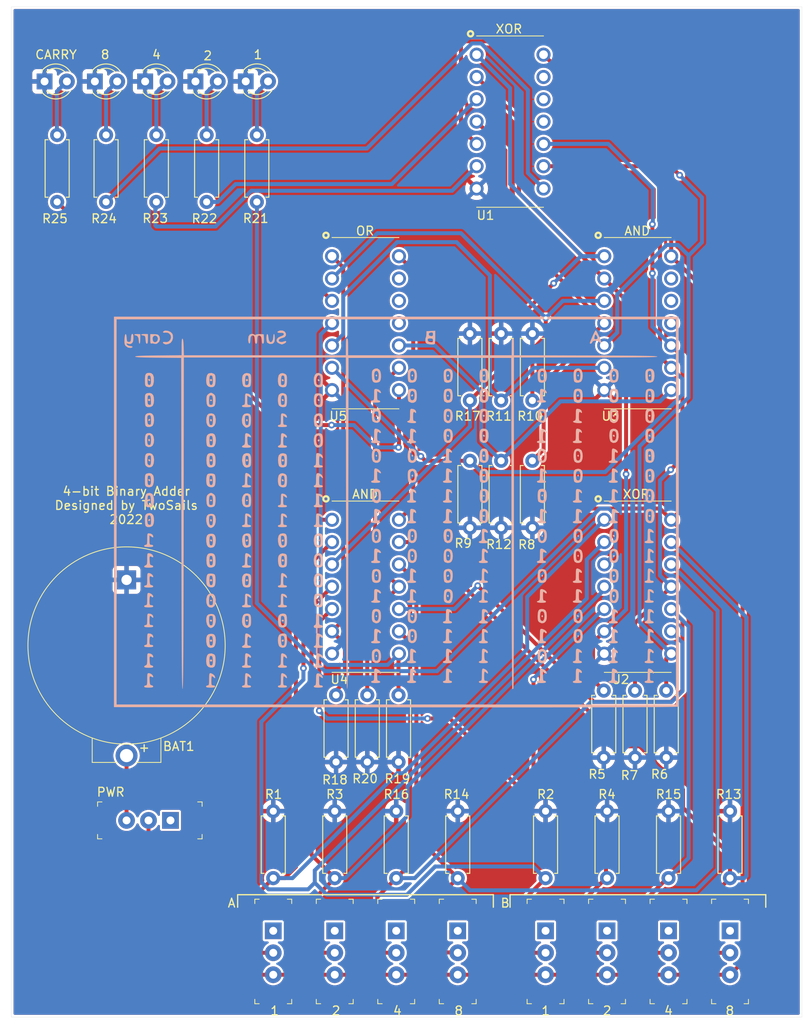
<source format=kicad_pcb>
(kicad_pcb (version 20211014) (generator pcbnew)
  (title_block (title "4-bit Binary Adder") (date "2022-06-01") (rev "v1.0") (comment 1 "https://creativecommons.org/licenses/by-sa/4.0") (comment 2 "License: CC BY-SA 4.0") (comment 3 "Author: TwoSails"))
  (layers (0 "F.Cu" signal) (31 "B.Cu" signal) (34 "B.Paste" user) (35 "F.Paste" user) (36 "B.SilkS" user "B.Silkscreen") (37 "F.SilkS" user "F.Silkscreen") (38 "B.Mask" user) (39 "F.Mask" user) (44 "Edge.Cuts" user))
  (net 0 "")
  (net 2 "VCC")
  (net 3 "Net-(BAT1-PadPos)")
  (net 5 "Net-(R13-Pad1)")
  (net 7 "Net-(R14-Pad1)")
  (net 9 "Net-(R15-Pad1)")
  (net 11 "Net-(R16-Pad1)")
  (net 13 "Net-(R4-Pad1)")
  (net 15 "Net-(R3-Pad1)")
  (net 17 "Net-(R2-Pad1)")
  (net 19 "Net-(R1-Pad1)")
  (net 20 "GND")
  (net 21 "Net-(R5-Pad1)")
  (net 22 "Net-(R6-Pad1)")
  (net 23 "Net-(R7-Pad1)")
  (net 24 "Net-(R8-Pad1)")
  (net 25 "Net-(R9-Pad1)")
  (net 26 "Net-(R10-Pad1)")
  (net 27 "Net-(R11-Pad1)")
  (net 28 "Net-(R12-Pad1)")
  (net 29 "Net-(R17-Pad1)")
  (net 30 "Net-(R18-Pad1)")
  (net 31 "Net-(R19-Pad1)")
  (net 32 "Net-(R20-Pad1)")
  (net 33 "/LED0")
  (net 34 "Net-(D1-Pad2)")
  (net 35 "/LED1")
  (net 36 "Net-(D2-Pad2)")
  (net 37 "/LED2")
  (net 38 "Net-(D3-Pad2)")
  (net 39 "/LED3")
  (net 40 "Net-(D4-Pad2)")
  (net 41 "/LED4")
  (net 42 "Net-(D5-Pad2)")
  (footprint "4-bitAdder:IC7408-4-PDIP" (layer "F.Cu") (at 111.30785 91.016 -90)
    (fp_text reference "U3")
    (fp_text value "7408-4")
  )
  (footprint "Resistor_THT:R_Axial_DIN0207_L6.3mm_D2.5mm_P7.62mm_Horizontal" (layer "F.Cu") (at 50.78 77.216 90)
    (fp_text reference "R24")
    (fp_text value "100")
  )
  (footprint "4-bitAdder:IC7486-4-PDIP" (layer "F.Cu") (at 111.30785 121.016 -90)
    (fp_text reference "U2")
    (fp_text value "7486-4")
  )
  (footprint "LED_THT:LED_D3.0mm" (layer "F.Cu") (at 49.505 63.5)
    (fp_text reference "D4")
    (fp_text value "LED")
  )
  (footprint "LED_THT:LED_D3.0mm" (layer "F.Cu") (at 55.23 63.5)
    (fp_text reference "D3")
    (fp_text value "LED")
  )
  (footprint "Resistor_THT:R_Axial_DIN0207_L6.3mm_D2.5mm_P7.62mm_Horizontal" (layer "F.Cu") (at 62.23 77.216 90)
    (fp_text reference "R22")
    (fp_text value "100")
  )
  (footprint "digikey-footprints:Battery_Holder_Coin_2032_BS-7" (layer "F.Cu") (at 53.114 120.2403 -90)
    (fp_text reference "BAT1")
    (fp_text value "BS-7")
  )
  (footprint "digikey-footprints:Switch_Slide_11.6x4mm_EG1218" (layer "F.Cu") (at 58.114 147.616 180)
    (fp_text reference "S9")
    (fp_text value "EG1218")
  )
  (footprint "Resistor_THT:R_Axial_DIN0207_L6.3mm_D2.5mm_P7.62mm_Horizontal" (layer "F.Cu") (at 107.814 154.186 90)
    (fp_text reference "R4")
    (fp_text value "10k")
  )
  (footprint "Resistor_THT:R_Axial_DIN0207_L6.3mm_D2.5mm_P7.62mm_Horizontal" (layer "F.Cu") (at 76.962 133.35 -90)
    (fp_text reference "R18")
    (fp_text value "10k")
  )
  (footprint "digikey-footprints:Switch_Slide_11.6x4mm_EG1218" (layer "F.Cu") (at 76.814 160.186 -90)
    (fp_text reference "S3")
    (fp_text value "EG1218")
  )
  (footprint "Resistor_THT:R_Axial_DIN0207_L6.3mm_D2.5mm_P7.62mm_Horizontal" (layer "F.Cu") (at 99.314 99.822 90)
    (fp_text reference "R10")
    (fp_text value "10k")
  )
  (footprint "Resistor_THT:R_Axial_DIN0207_L6.3mm_D2.5mm_P7.62mm_Horizontal" (layer "F.Cu") (at 84.074 133.35 -90)
    (fp_text reference "R19")
    (fp_text value "10k")
  )
  (footprint "Resistor_THT:R_Axial_DIN0207_L6.3mm_D2.5mm_P7.62mm_Horizontal" (layer "F.Cu") (at 90.814 154.186 90)
    (fp_text reference "R14")
    (fp_text value "10k")
  )
  (footprint "Resistor_THT:R_Axial_DIN0207_L6.3mm_D2.5mm_P7.62mm_Horizontal" (layer "F.Cu") (at 92.202 106.68 -90)
    (fp_text reference "R9")
    (fp_text value "10k")
  )
  (footprint "digikey-footprints:Switch_Slide_11.6x4mm_EG1218" (layer "F.Cu") (at 90.814 160.186 -90)
    (fp_text reference "S7")
    (fp_text value "EG1218")
  )
  (footprint "Resistor_THT:R_Axial_DIN0207_L6.3mm_D2.5mm_P7.62mm_Horizontal" (layer "F.Cu") (at 110.998 132.842 -90)
    (fp_text reference "R7")
    (fp_text value "10k")
  )
  (footprint "Resistor_THT:R_Axial_DIN0207_L6.3mm_D2.5mm_P7.62mm_Horizontal" (layer "F.Cu") (at 56.505 77.216 90)
    (fp_text reference "R23")
    (fp_text value "100")
  )
  (footprint "Resistor_THT:R_Axial_DIN0207_L6.3mm_D2.5mm_P7.62mm_Horizontal" (layer "F.Cu") (at 95.758 99.822 90)
    (fp_text reference "R11")
    (fp_text value "10k")
  )
  (footprint "Resistor_THT:R_Axial_DIN0207_L6.3mm_D2.5mm_P7.62mm_Horizontal" (layer "F.Cu") (at 92.202 99.822 90)
    (fp_text reference "R17")
    (fp_text value "10k")
  )
  (footprint "4-bitAdder:IC7432-4-PDIP" (layer "F.Cu") (at 80.3148 91.016 -90)
    (fp_text reference "U5")
    (fp_text value "7432-4")
  )
  (footprint "4-bitAdder:IC7486-4-PDIP" (layer "F.Cu") (at 96.774 68.072 -90)
    (fp_text reference "U1")
    (fp_text value "7486-4")
  )
  (footprint "LED_THT:LED_D3.0mm" (layer "F.Cu") (at 66.68 63.492)
    (fp_text reference "D1")
    (fp_text value "LED")
  )
  (footprint "LED_THT:LED_D3.0mm" (layer "F.Cu") (at 43.78 63.5)
    (fp_text reference "D5")
    (fp_text value "LED")
  )
  (footprint "Resistor_THT:R_Axial_DIN0207_L6.3mm_D2.5mm_P7.62mm_Horizontal" (layer "F.Cu") (at 76.814 154.186 90)
    (fp_text reference "R3")
    (fp_text value "10k")
  )
  (footprint "digikey-footprints:Switch_Slide_11.6x4mm_EG1218" (layer "F.Cu") (at 114.814 160.186 -90)
    (fp_text reference "S6")
    (fp_text value "EG1218")
  )
  (footprint "Resistor_THT:R_Axial_DIN0207_L6.3mm_D2.5mm_P7.62mm_Horizontal" (layer "F.Cu") (at 45.212 77.216 90)
    (fp_text reference "R25")
    (fp_text value "100")
  )
  (footprint "Resistor_THT:R_Axial_DIN0207_L6.3mm_D2.5mm_P7.62mm_Horizontal" (layer "F.Cu") (at 107.442 132.842 -90)
    (fp_text reference "R5")
    (fp_text value "10k")
  )
  (footprint "Resistor_THT:R_Axial_DIN0207_L6.3mm_D2.5mm_P7.62mm_Horizontal" (layer "F.Cu") (at 80.518 133.35 -90)
    (fp_text reference "R20")
    (fp_text value "10k")
  )
  (footprint "Resistor_THT:R_Axial_DIN0207_L6.3mm_D2.5mm_P7.62mm_Horizontal" (layer "F.Cu") (at 114.554 132.842 -90)
    (fp_text reference "R6")
    (fp_text value "10k")
  )
  (footprint "Resistor_THT:R_Axial_DIN0207_L6.3mm_D2.5mm_P7.62mm_Horizontal" (layer "F.Cu") (at 114.814 154.186 90)
    (fp_text reference "R15")
    (fp_text value "10k")
  )
  (footprint "digikey-footprints:Switch_Slide_11.6x4mm_EG1218" (layer "F.Cu") (at 83.814 160.186 -90)
    (fp_text reference "S5")
    (fp_text value "EG1218")
  )
  (footprint "Resistor_THT:R_Axial_DIN0207_L6.3mm_D2.5mm_P7.62mm_Horizontal" (layer "F.Cu") (at 100.814 154.186 90)
    (fp_text reference "R2")
    (fp_text value "10k")
  )
  (footprint "digikey-footprints:Switch_Slide_11.6x4mm_EG1218" (layer "F.Cu") (at 107.814 160.186 -90)
    (fp_text reference "S4")
    (fp_text value "EG1218")
  )
  (footprint "Resistor_THT:R_Axial_DIN0207_L6.3mm_D2.5mm_P7.62mm_Horizontal" (layer "F.Cu") (at 95.758 106.68 -90)
    (fp_text reference "R12")
    (fp_text value "10k")
  )
  (footprint "Resistor_THT:R_Axial_DIN0207_L6.3mm_D2.5mm_P7.62mm_Horizontal" (layer "F.Cu") (at 99.314 106.68 -90)
    (fp_text reference "R8")
    (fp_text value "10k")
  )
  (footprint "digikey-footprints:Switch_Slide_11.6x4mm_EG1218" (layer "F.Cu") (at 121.814 160.186 -90)
    (fp_text reference "S8")
    (fp_text value "EG1218")
  )
  (footprint "Resistor_THT:R_Axial_DIN0207_L6.3mm_D2.5mm_P7.62mm_Horizontal" (layer "F.Cu") (at 121.814 154.186 90)
    (fp_text reference "R13")
    (fp_text value "10k")
  )
  (footprint "LED_THT:LED_D3.0mm" (layer "F.Cu") (at 60.955 63.5)
    (fp_text reference "D2")
    (fp_text value "LED")
  )
  (footprint "digikey-footprints:Switch_Slide_11.6x4mm_EG1218" (layer "F.Cu") (at 69.814 160.186 -90)
    (fp_text reference "S1")
    (fp_text value "EG1218")
  )
  (footprint "Resistor_THT:R_Axial_DIN0207_L6.3mm_D2.5mm_P7.62mm_Horizontal" (layer "F.Cu") (at 83.814 154.186 90)
    (fp_text reference "R16")
    (fp_text value "10k")
  )
  (footprint "Resistor_THT:R_Axial_DIN0207_L6.3mm_D2.5mm_P7.62mm_Horizontal" (layer "F.Cu") (at 69.814 154.186 90)
    (fp_text reference "R1")
    (fp_text value "10k")
  )
  (footprint "Resistor_THT:R_Axial_DIN0207_L6.3mm_D2.5mm_P7.62mm_Horizontal" (layer "F.Cu") (at 67.945 77.216 90)
    (fp_text reference "R21")
    (fp_text value "100")
  )
  (footprint "digikey-footprints:Switch_Slide_11.6x4mm_EG1218" (layer "F.Cu") (at 100.814 160.186 -90)
    (fp_text reference "S2")
    (fp_text value "EG1218")
  )
  (footprint "4-bitAdder:IC7408-4-PDIP" (layer "F.Cu") (at 80.3148 121.016 -90)
    (fp_text reference "U4")
    (fp_text value "7408-4")
  )
  (footprint "LOGO" (layer "B.Cu") (at 83.82 112.5 180)
    (fp_text reference "G***" hide)
    (fp_text value "LOGO" hide)
  )
  (gr_line (start 125.884 156.075) (end 96.774 156.075) (layer "F.SilkS") (width 0.15))
  (gr_line (start 94.869 157.5) (end 94.869 156.075) (layer "F.SilkS") (width 0.15))
  (gr_line (start 125.884 157.5) (end 125.884 156.075) (layer "F.SilkS") (width 0.15))
  (gr_line (start 96.774 156.075) (end 96.774 157.5) (layer "F.SilkS") (width 0.15))
  (gr_line (start 65.759 156.075) (end 65.759 157.5) (layer "F.SilkS") (width 0.15))
  (gr_line (start 94.869 156.075) (end 65.759 156.075) (layer "F.SilkS") (width 0.15))
  (gr_line (start 130 170) (end 130 55) (layer "Edge.Cuts") (width 0.0254))
  (gr_line (start 130 55) (end 40 55) (layer "Edge.Cuts") (width 0.0254))
  (gr_line (start 40 170) (end 130 170) (layer "Edge.Cuts") (width 0.0254))
  (gr_line (start 40 55) (end 40 170) (layer "Edge.Cuts") (width 0.0254))
  (gr_text "4" (at 56.515 60.452) (layer "F.SilkS") (effects (font (size 1 1))))
  (gr_text "4" (at 114.808 169.291) (layer "F.SilkS") (effects (font (size 1 1))))
  (gr_text "2" (at 76.962 169.291) (layer "F.SilkS") (effects (font (size 1 1))))
  (gr_text "B" (at 96.2152 157.0228) (layer "F.SilkS") (effects (font (size 1 1))))
  (gr_text "8\n" (at 121.793 169.291) (layer "F.SilkS") (effects (font (size 1 1))))
  (gr_text "8" (at 50.673 60.452) (layer "F.SilkS") (effects (font (size 1 1))))
  (gr_text "XOR" (at 111.125 110.49) (layer "F.SilkS") (effects (font (size 1 1))))
  (gr_text "1" (at 69.977 169.291) (layer "F.SilkS") (effects (font (size 1 1))))
  (gr_text "4" (at 83.947 169.291) (layer "F.SilkS") (effects (font (size 1 1))))
  (gr_text "1" (at 68.072 60.452) (layer "F.SilkS") (effects (font (size 1 1))))
  (gr_text "A" (at 65.0748 157.0228) (layer "F.SilkS") (effects (font (size 1 1))))
  (gr_text "4-bit Binary Adder\nDesigned by TwoSails\n2022" (at 53.086 111.76) (layer "F.SilkS") (effects (font (size 1 1))))
  (gr_text "CARRY" (at 45.085 60.452) (layer "F.SilkS") (effects (font (size 1 1))))
  (gr_text "OR" (at 80.264 80.518) (layer "F.SilkS") (effects (font (size 1 1))))
  (gr_text "2" (at 107.823 169.291) (layer "F.SilkS") (effects (font (size 1 1))))
  (gr_text "8\n" (at 90.932 169.291) (layer "F.SilkS") (effects (font (size 1 1))))
  (gr_text "AND" (at 80.264 110.49) (layer "F.SilkS") (effects (font (size 1 1))))
  (gr_text "XOR" (at 96.647 57.531) (layer "F.SilkS") (effects (font (size 1 1))))
  (gr_text "AND" (at 111.252 80.518) (layer "F.SilkS") (effects (font (size 1 1))))
  (gr_text "2" (at 62.357 60.579) (layer "F.SilkS") (effects (font (size 1 1))))
  (gr_text "1" (at 100.838 169.291) (layer "F.SilkS") (effects (font (size 1 1))))
  (gr_text "+" (at 55.118 139.319) (layer "F.SilkS") (effects (font (size 1 1))))
  (gr_text "PWR" (at 51.308 144.399) (layer "F.SilkS") (effects (font (size 1 1))))
  (segment (start 123.243711 163.756289) (end 123.243711 121.521861) (width 0.4524) (layer "F.Cu") (net 2))
  (segment (start 113.838039 112.116189) (end 85.404611 112.116189) (width 0.4524) (layer "F.Cu") (net 2))
  (segment (start 115.11785 113.396) (end 118.11 110.40385) (width 0.4524) (layer "F.Cu") (net 2))
  (segment (start 115.11785 74.98585) (end 100.584 60.452) (width 0.4524) (layer "F.Cu") (net 2))
  (segment (start 55.614 147.616) (end 55.614 158.484) (width 0.4524) (layer "F.Cu") (net 2))
  (segment (start 118.11 86.36) (end 118.08185 86.36) (width 0.4524) (layer "F.Cu") (net 2))
  (segment (start 115.11785 83.396) (end 115.11785 74.98585) (width 0.4524) (layer "F.Cu") (net 2))
  (segment (start 118.08185 86.36) (end 115.11785 83.396) (width 0.4524) (layer "F.Cu") (net 2))
  (segment (start 84.1248 83.396) (end 85.753289 85.024489) (width 0.4524) (layer "F.Cu") (net 2))
  (segment (start 115.11785 113.396) (end 113.838039 112.116189) (width 0.4524) (layer "F.Cu") (net 2))
  (segment (start 62.316 165.186) (end 121.814 165.186) (width 0.4524) (layer "F.Cu") (net 2))
  (segment (start 55.614 158.484) (end 62.316 165.186) (width 0.4524) (layer "F.Cu") (net 2))
  (segment (start 121.814 165.186) (end 123.243711 163.756289) (width 0.4524) (layer "F.Cu") (net 2))
  (segment (start 85.753289 111.767511) (end 84.1248 113.396) (width 0.4524) (layer "F.Cu") (net 2))
  (segment (start 123.243711 121.521861) (end 115.11785 113.396) (width 0.4524) (layer "F.Cu") (net 2))
  (segment (start 85.753289 85.024489) (end 85.753289 111.767511) (width 0.4524) (layer "F.Cu") (net 2))
  (segment (start 118.11 110.40385) (end 118.11 86.36) (width 0.4524) (layer "F.Cu") (net 2))
  (segment (start 85.404611 112.116189) (end 84.1248 113.396) (width 0.4524) (layer "F.Cu") (net 2))
  (segment (start 53.114 147.616) (end 53.114 140.2403) (width 0.4524) (layer "F.Cu") (net 3))
  (segment (start 120.470498 162.686) (end 119.634 161.849502) (width 0.4524) (layer "F.Cu") (net 5))
  (segment (start 121.814 162.686) (end 120.470498 162.686) (width 0.4524) (layer "F.Cu") (net 5))
  (segment (start 119.634 156.366) (end 121.814 154.186) (width 0.4524) (layer "F.Cu") (net 5))
  (segment (start 121.814 154.186) (end 121.814 151.532) (width 0.4524) (layer "F.Cu") (net 5))
  (segment (start 109.718289 139.182289) (end 86.472 115.936) (width 0.4524) (layer "F.Cu") (net 5))
  (segment (start 114.087497 141.741711) (end 114.023925 141.741711) (width 0.4524) (layer "F.Cu") (net 5))
  (segment (start 119.634 161.849502) (end 119.634 156.366) (width 0.4524) (layer "F.Cu") (net 5))
  (segment (start 113.274289 140.928503) (end 111.528075 139.182289) (width 0.4524) (layer "F.Cu") (net 5))
  (segment (start 111.528075 139.182289) (end 109.718289 139.182289) (width 0.4524) (layer "F.Cu") (net 5))
  (segment (start 86.472 115.936) (end 84.1248 115.936) (width 0.4524) (layer "F.Cu") (net 5))
  (segment (start 116.468711 146.186711) (end 116.468711 144.122925) (width 0.4524) (layer "F.Cu") (net 5))
  (segment (start 121.814 151.532) (end 116.468711 146.186711) (width 0.4524) (layer "F.Cu") (net 5))
  (segment (start 114.023925 141.741711) (end 113.274289 140.992075) (width 0.4524) (layer "F.Cu") (net 5))
  (segment (start 113.274289 140.992075) (end 113.274289 140.928503) (width 0.4524) (layer "F.Cu") (net 5))
  (segment (start 116.468711 144.122925) (end 114.087497 141.741711) (width 0.4524) (layer "F.Cu") (net 5))
  (segment (start 123.698 124.51615) (end 115.11785 115.936) (width 0.4524) (layer "B.Cu") (net 5))
  (segment (start 123.436 154.186) (end 123.698 153.924) (width 0.4524) (layer "B.Cu") (net 5))
  (segment (start 123.698 153.924) (end 123.698 124.51615) (width 0.4524) (layer "B.Cu") (net 5))
  (segment (start 121.814 154.186) (end 123.436 154.186) (width 0.4524) (layer "B.Cu") (net 5))
  (segment (start 88.519 156.464) (end 90.797 154.186) (width 0.4524) (layer "F.Cu") (net 7))
  (segment (start 90.797 154.186) (end 90.814 154.186) (width 0.4524) (layer "F.Cu") (net 7))
  (segment (start 90.424 162.647) (end 89.495 162.647) (width 0.4524) (layer "F.Cu") (net 7))
  (segment (start 90.814 154.186) (end 86.110531 149.482531) (width 0.4524) (layer "F.Cu") (net 7))
  (segment (start 86.110531 120.461731) (end 84.1248 118.476) (width 0.4524) (layer "F.Cu") (net 7))
  (segment (start 88.519 161.671) (end 88.519 156.464) (width 0.4524) (layer "F.Cu") (net 7))
  (segment (start 86.110531 149.482531) (end 86.110531 120.461731) (width 0.4524) (layer "F.Cu") (net 7))
  (segment (start 89.495 162.647) (end 88.519 161.671) (width 0.4524) (layer "F.Cu") (net 7))
  (segment (start 120.396 153.162) (end 120.396 123.75415) (width 0.4524) (layer "B.Cu") (net 7))
  (segment (start 117.983 155.575) (end 120.396 153.162) (width 0.4524) (layer "B.Cu") (net 7))
  (segment (start 92.203 155.575) (end 117.983 155.575) (width 0.4524) (layer "B.Cu") (net 7))
  (segment (start 120.396 123.75415) (end 115.11785 118.476) (width 0.4524) (layer "B.Cu") (net 7))
  (segment (start 90.814 154.186) (end 92.203 155.575) (width 0.4524) (layer "B.Cu") (net 7))
  (segment (start 106.308711 134.121711) (end 93.091 120.904) (width 0.4524) (layer "F.Cu") (net 9))
  (segment (start 115.11785 123.556) (end 116.397661 124.835811) (width 0.4524) (layer "F.Cu") (net 9))
  (segment (start 112.395 156.464) (end 114.839 154.02) (width 0.4524) (layer "F.Cu") (net 9))
  (segment (start 112.395 161.671) (end 112.395 156.464) (width 0.4524) (layer "F.Cu") (net 9))
  (segment (start 114.814 162.686) (end 113.41 162.686) (width 0.4524) (layer "F.Cu") (net 9))
  (segment (start 113.41 162.686) (end 112.395 161.671) (width 0.4524) (layer "F.Cu") (net 9))
  (segment (start 115.084075 134.121711) (end 106.308711 134.121711) (width 0.4524) (layer "F.Cu") (net 9))
  (segment (start 116.397661 132.808125) (end 115.084075 134.121711) (width 0.4524) (layer "F.Cu") (net 9))
  (segment (start 116.397661 124.835811) (end 116.397661 132.808125) (width 0.4524) (layer "F.Cu") (net 9))
  (via (at 93.091 120.904) (size 0.762) (drill 0.381) (layers "F.Cu" "B.Cu") (net 9))
  (segment (start 93.091 120.904) (end 90.439 123.556) (width 0.4524) (layer "B.Cu") (net 9))
  (segment (start 117.103581 151.882419) (end 117.103581 125.541731) (width 0.4524) (layer "B.Cu") (net 9))
  (segment (start 117.103581 125.541731) (end 115.11785 123.556) (width 0.4524) (layer "B.Cu") (net 9))
  (segment (start 115.189 153.797) (end 117.103581 151.882419) (width 0.4524) (layer "B.Cu") (net 9))
  (segment (start 90.439 123.556) (end 84.1248 123.556) (width 0.4524) (layer "B.Cu") (net 9))
  (segment (start 81.661 161.925) (end 81.661 156.339) (width 0.4524) (layer "F.Cu") (net 11))
  (segment (start 83.822 154.178) (end 85.404611 152.595389) (width 0.4524) (layer "F.Cu") (net 11))
  (segment (start 81.661 156.339) (end 83.814 154.186) (width 0.4524) (layer "F.Cu") (net 11))
  (segment (start 85.404611 127.375811) (end 84.1248 126.096) (width 0.4524) (layer "F.Cu") (net 11))
  (segment (start 85.404611 152.595389) (end 85.404611 127.375811) (width 0.4524) (layer "F.Cu") (net 11))
  (segment (start 82.415 162.679) (end 81.661 161.925) (width 0.4524) (layer "F.Cu") (net 11))
  (segment (start 83.369751 162.679) (end 82.415 162.679) (width 0.4524) (layer "F.Cu") (net 11))
  (segment (start 116.397661 132.903339) (end 116.397661 127.375811) (width 0.4524) (layer "B.Cu") (net 11))
  (segment (start 116.397661 127.375811) (end 115.11785 126.096) (width 0.4524) (layer "B.Cu") (net 11))
  (segment (start 105.992711 134.121711) (end 115.179289 134.121711) (width 0.4524) (layer "B.Cu") (net 11))
  (segment (start 115.179289 134.121711) (end 116.397661 132.903339) (width 0.4524) (layer "B.Cu") (net 11))
  (segment (start 83.814 154.186) (end 85.928422 154.186) (width 0.4524) (layer "B.Cu") (net 11))
  (segment (start 85.928422 154.186) (end 105.992711 134.121711) (width 0.4524) (layer "B.Cu") (net 11))
  (segment (start 105.537 161.798) (end 105.537 156.337) (width 0.4524) (layer "F.Cu") (net 13))
  (segment (start 106.425 162.686) (end 105.537 161.798) (width 0.4524) (layer "F.Cu") (net 13))
  (segment (start 99.441 142.621) (end 99.441 141.859) (width 0.4524) (layer "F.Cu") (net 13))
  (segment (start 99.441 131.699) (end 99.441 141.859) (width 0.4524) (layer "F.Cu") (net 13))
  (segment (start 89.916 136.017) (end 97.9805 144.0815) (width 0.4524) (layer "F.Cu") (net 13))
  (segment (start 87.376 136.017) (end 89.916 136.017) (width 0.4524) (layer "F.Cu") (net 13))
  (segment (start 107.696 154.178) (end 107.696 150.844214) (width 0.4524) (layer "F.Cu") (net 13))
  (segment (start 107.696 150.844214) (end 99.441 142.589214) (width 0.4524) (layer "F.Cu") (net 13))
  (segment (start 97.9805 144.0815) (end 99.441 142.621) (width 0.4524) (layer "F.Cu") (net 13))
  (segment (start 105.537 156.337) (end 107.696 154.178) (width 0.4524) (layer "F.Cu") (net 13))
  (segment (start 75.057 135.128) (end 75.057 125.0038) (width 0.4524) (layer "F.Cu") (net 13))
  (segment (start 107.814 162.686) (end 106.425 162.686) (width 0.4524) (layer "F.Cu") (net 13))
  (segment (start 75.057 125.0038) (end 76.5048 123.556) (width 0.4524) (layer "F.Cu") (net 13))
  (segment (start 99.441 142.589214) (end 99.441 141.859) (width 0.4524) (layer "F.Cu") (net 13))
  (via (at 99.441 131.572) (size 0.762) (drill 0.381) (layers "F.Cu" "B.Cu") (net 13))
  (via (at 87.376 136.017) (size 0.762) (drill 0.381) (layers "F.Cu" "B.Cu") (net 13))
  (via (at 75.057 135.128) (size 0.762) (drill 0.381) (layers "F.Cu" "B.Cu") (net 13))
  (segment locked (start 99.441 131.572) (end 99.441 131.48585) (width 0.4524) (layer "B.Cu") (net 13))
  (segment (start 75.057 135.128) (end 75.946 136.017) (width 0.4524) (layer "B.Cu") (net 13))
  (segment locked (start 99.441 131.48585) (end 107.37085 123.556) (width 0.4524) (layer "B.Cu") (net 13))
  (segment (start 75.946 136.017) (end 87.376 136.017) (width 0.4524) (layer "B.Cu") (net 13))
  (segment (start 74.168 123.3528) (end 76.5048 121.016) (width 0.4524) (layer "F.Cu") (net 15))
  (segment (start 75.819 162.678) (end 75.302 162.678) (width 0.4524) (layer "F.Cu") (net 15))
  (segment (start 76.814 154.186) (end 74.168 151.54) (width 0.4524) (layer "F.Cu") (net 15))
  (segment (start 74.422 156.591) (end 76.814 154.199) (width 0.4524) (layer "F.Cu") (net 15))
  (segment (start 75.302 162.678) (end 74.422 161.798) (width 0.4524) (layer "F.Cu") (net 15))
  (segment (start 74.168 151.54) (end 74.168 123.3528) (width 0.4524) (layer "F.Cu") (net 15))
  (segment (start 76.814 154.199) (end 76.814 154.186) (width 0.4524) (layer "F.Cu") (net 15))
  (segment (start 74.422 161.798) (end 74.422 156.591) (width 0.4524) (layer "F.Cu") (net 15))
  (segment (start 76.814 154.186) (end 78.003786 154.186) (width 0.4524) (layer "B.Cu") (net 15))
  (segment (start 85.093711 143.760289) (end 107.49785 121.35615) (width 0.4524) (layer "B.Cu") (net 15))
  (segment (start 78.003786 154.186) (end 85.093711 147.096075) (width 0.4524) (layer "B.Cu") (net 15))
  (segment (start 107.49785 121.35615) (end 107.49785 121.016) (width 0.4524) (layer "B.Cu") (net 15))
  (segment (start 85.093711 147.096075) (end 85.093711 143.760289) (width 0.4524) (layer "B.Cu") (net 15))
  (segment (start 73.2507 119.1901) (end 76.5048 115.936) (width 0.4524) (layer "F.Cu") (net 17))
  (segment (start 99.44 162.686) (end 98.425 161.671) (width 0.4524) (layer "F.Cu") (net 17))
  (segment (start 98.425 161.671) (end 98.425 156.575) (width 0.4524) (layer "F.Cu") (net 17))
  (segment (start 73.2507 130.302) (end 73.2507 119.1901) (width 0.4524) (layer "F.Cu") (net 17))
  (segment (start 100.814 162.686) (end 99.44 162.686) (width 0.4524) (layer "F.Cu") (net 17))
  (segment (start 98.425 156.575) (end 100.822 154.178) (width 0.4524) (layer "F.Cu") (net 17))
  (via (at 73.2507 130.302) (size 0.762) (drill 0.381) (layers "F.Cu" "B.Cu") (net 17))
  (segment (start 68.453 154.634786) (end 69.283925 155.465711) (width 0.4524) (layer "B.Cu") (net 17))
  (segment (start 74.539289 153.312819) (end 105.512119 122.339989) (width 0.4524) (layer "B.Cu") (net 17))
  (segment (start 75.914214 156.083) (end 74.539289 154.708075) (width 0.4524) (layer "B.Cu") (net 17))
  (segment (start 100.711 154.178) (end 99.400289 152.867289) (width 0.4524) (layer "B.Cu") (net 17))
  (segment (start 68.453 136.398) (end 68.453 154.634786) (width 0.4524) (layer "B.Cu") (net 17))
  (segment (start 74.539289 154.708075) (end 74.539289 153.312819) (width 0.4524) (layer "B.Cu") (net 17))
  (segment (start 73.2507 130.302) (end 73.2507 131.6003) (width 0.4524) (layer "B.Cu") (net 17))
  (segment (start 99.400289 152.867289) (end 88.245455 152.867289) (width 0.4524) (layer "B.Cu") (net 17))
  (segment (start 73.2507 131.6003) (end 68.453 136.398) (width 0.4524) (layer "B.Cu") (net 17))
  (segment (start 85.029744 156.083) (end 75.914214 156.083) (width 0.4524) (layer "B.Cu") (net 17))
  (segment (start 88.245455 152.867289) (end 85.029744 156.083) (width 0.4524) (layer "B.Cu") (net 17))
  (segment (start 73.781653 155.465711) (end 74.539289 154.708075) (width 0.4524) (layer "B.Cu") (net 17))
  (segment (start 69.283925 155.465711) (end 73.781653 155.465711) (width 0.4524) (layer "B.Cu") (net 17))
  (segment (start 105.512119 122.339989) (end 105.512119 117.921731) (width 0.4524) (layer "B.Cu") (net 17))
  (segment (start 105.512119 117.921731) (end 107.49785 115.936) (width 0.4524) (layer "B.Cu") (net 17))
  (segment (start 67.31 156.69) (end 69.814 154.186) (width 0.4524) (layer "F.Cu") (net 19))
  (segment (start 72.39 152.908) (end 72.39 116.332) (width 0.4524) (layer "F.Cu") (net 19))
  (segment (start 75.326 113.396) (end 76.5048 113.396) (width 0.4524) (layer "F.Cu") (net 19))
  (segment (start 69.814 154.186) (end 71.112 154.186) (width 0.4524) (layer "F.Cu") (net 19))
  (segment (start 68.470498 162.686) (end 67.31 161.525502) (width 0.4524) (layer "F.Cu") (net 19))
  (segment (start 72.39 116.332) (end 75.326 113.396) (width 0.4524) (layer "F.Cu") (net 19))
  (segment (start 71.112 154.186) (end 72.39 152.908) (width 0.4524) (layer "F.Cu") (net 19))
  (segment (start 69.814 162.686) (end 68.470498 162.686) (width 0.4524) (layer "F.Cu") (net 19))
  (segment (start 67.31 161.525502) (end 67.31 156.69) (width 0.4524) (layer "F.Cu") (net 19))
  (segment (start 98.72024 122.17361) (end 107.49785 113.396) (width 0.4524) (layer "B.Cu") (net 19))
  (segment (start 83.937289 142.249711) (end 84.604075 142.249711) (width 0.4524) (layer "B.Cu") (net 19))
  (segment (start 84.604075 142.249711) (end 98.72024 128.133546) (width 0.4524) (layer "B.Cu") (net 19))
  (segment (start 69.814 154.186) (end 72.001 154.186) (width 0.4524) (layer "B.Cu") (net 19))
  (segment (start 98.72024 128.133546) (end 98.72024 122.17361) (width 0.4524) (layer "B.Cu") (net 19))
  (segment (start 72.001 154.186) (end 83.937289 142.249711) (width 0.4524) (layer "B.Cu") (net 19))
  (segment (start 97.79 67.818) (end 92.964 62.992) (width 0.4524) (layer "F.Cu") (net 21))
  (segment (start 97.79 76.22815) (end 97.79 67.818) (width 0.4524) (layer "F.Cu") (net 21))
  (segment (start 106.218039 127.375811) (end 107.49785 126.096) (width 0.4524) (layer "F.Cu") (net 21))
  (segment (start 109.982 108.204) (end 109.982 88.42015) (width 0.4524) (layer "F.Cu") (net 21))
  (segment (start 107.49785 85.936) (end 97.79 76.22815) (width 0.4524) (layer "F.Cu") (net 21))
  (segment (start 107.442 132.842) (end 106.218039 131.618039) (width 0.4524) (layer "F.Cu") (net 21))
  (segment (start 109.982 88.42015) (end 107.49785 85.936) (width 0.4524) (layer "F.Cu") (net 21))
  (segment (start 106.218039 131.618039) (end 106.218039 127.375811) (width 0.4524) (layer "F.Cu") (net 21))
  (via (at 109.982 108.204) (size 0.762) (drill 0.381) (layers "F.Cu" "B.Cu") (net 21))
  (segment (start 109.982 108.712) (end 109.982 108.204) (width 0.4524) (layer "B.Cu") (net 21))
  (segment (start 109.982 123.61185) (end 109.982 108.712) (width 0.4524) (layer "B.Cu") (net 21))
  (segment (start 107.49785 126.096) (end 109.982 123.61185) (width 0.4524) (layer "B.Cu") (net 21))
  (segment (start 107.95 66.04) (end 116.078 74.168) (width 0.4524) (layer "F.Cu") (net 22))
  (segment (start 107.95 66.008073) (end 107.95 66.04) (width 0.4524) (layer "F.Cu") (net 22))
  (segment (start 114.554 132.842) (end 114.554 129.19985) (width 0.4524) (layer "F.Cu") (net 22))
  (segment (start 100.869927 58.928) (end 107.95 66.008073) (width 0.4524) (layer "F.Cu") (net 22))
  (segment (start 114.554 129.19985) (end 115.11785 128.636) (width 0.4524) (layer "F.Cu") (net 22))
  (segment (start 91.186 68.834) (end 91.186 58.928) (width 0.4524) (layer "F.Cu") (net 22))
  (segment (start 92.964 70.612) (end 91.186 68.834) (width 0.4524) (layer "F.Cu") (net 22))
  (segment (start 91.186 58.928) (end 100.869927 58.928) (width 0.4524) (layer "F.Cu") (net 22))
  (via (at 116.078 74.168) (size 0.762) (drill 0.381) (layers "F.Cu" "B.Cu") (net 22))
  (segment (start 115.11785 128.636) (end 111.506 125.02415) (width 0.4524) (layer "B.Cu") (net 22))
  (segment (start 111.506 105.056099) (end 117.103581 99.458517) (width 0.4524) (layer "B.Cu") (net 22))
  (segment (start 118.618 76.708) (end 116.078 74.168) (width 0.4524) (layer "B.Cu") (net 22))
  (segment (start 117.103581 99.458517) (end 117.103581 83.321581) (width 0.4524) (layer "B.Cu") (net 22))
  (segment (start 114.587734 82.116189) (end 108.966 87.737923) (width 0.4524) (layer "B.Cu") (net 22))
  (segment (start 108.966 87.737923) (end 108.966 92.08785) (width 0.4524) (layer "B.Cu") (net 22))
  (segment (start 111.506 125.02415) (end 111.506 105.056099) (width 0.4524) (layer "B.Cu") (net 22))
  (segment (start 108.966 92.08785) (end 107.49785 93.556) (width 0.4524) (layer "B.Cu") (net 22))
  (segment (start 117.103581 83.321581) (end 118.618 81.807162) (width 0.4524) (layer "B.Cu") (net 22))
  (segment (start 118.618 81.807162) (end 118.618 76.708) (width 0.4524) (layer "B.Cu") (net 22))
  (segment (start 115.898189 82.116189) (end 114.587734 82.116189) (width 0.4524) (layer "B.Cu") (net 22))
  (segment (start 117.103581 83.321581) (end 115.898189 82.116189) (width 0.4524) (layer "B.Cu") (net 22))
  (segment (start 115.062 107.696) (end 116.397661 106.360339) (width 0.4524) (layer "F.Cu") (net 23))
  (segment (start 110.998 125.13585) (end 115.11785 121.016) (width 0.4524) (layer "F.Cu") (net 23))
  (segment (start 116.397661 106.360339) (end 116.397661 94.835811) (width 0.4524) (layer "F.Cu") (net 23))
  (segment (start 112.977339 79.756) (end 112.977339 85.344) (width 0.4524) (layer "F.Cu") (net 23))
  (segment (start 116.397661 94.835811) (end 115.11785 93.556) (width 0.4524) (layer "F.Cu") (net 23))
  (segment (start 110.998 132.842) (end 110.998 125.13585) (width 0.4524) (layer "F.Cu") (net 23))
  (via (at 115.062 107.696) (size 0.762) (drill 0.381) (layers "F.Cu" "B.Cu") (net 23))
  (via (at 112.977339 85.344) (size 0.762) (drill 0.381) (layers "F.Cu" "B.Cu") (net 23))
  (via (at 112.977339 79.756) (size 0.762) (drill 0.381) (layers "F.Cu" "B.Cu") (net 23))
  (segment (start 107.95 70.612) (end 113.03 75.692) (width 0.4524) (layer "B.Cu") (net 23))
  (segment (start 112.977339 91.415489) (end 115.11785 93.556) (width 0.4524) (layer "B.Cu") (net 23))
  (segment (start 113.03 79.703339) (end 112.977339 79.756) (width 0.4524) (layer "B.Cu") (net 23))
  (segment (start 113.03 75.692) (end 113.03 79.703339) (width 0.4524) (layer "B.Cu") (net 23))
  (segment (start 115.11785 121.016) (end 113.838039 119.736189) (width 0.4524) (layer "B.Cu") (net 23))
  (segment (start 112.977339 85.344) (end 112.977339 91.415489) (width 0.4524) (layer "B.Cu") (net 23))
  (segment (start 100.584 70.612) (end 107.95 70.612) (width 0.4524) (layer "B.Cu") (net 23))
  (segment (start 113.838039 108.919961) (end 115.062 107.696) (width 0.4524) (layer "B.Cu") (net 23))
  (segment (start 113.838039 119.736189) (end 113.838039 108.919961) (width 0.4524) (layer "B.Cu") (net 23))
  (segment (start 107.49785 91.016) (end 96.23785 79.756) (width 0.4524) (layer "F.Cu") (net 24))
  (segment (start 75.224989 82.865884) (end 75.224989 87.196189) (width 0.4524) (layer "F.Cu") (net 24))
  (segment (start 92.964 68.072) (end 96.23785 71.34585) (width 0.4524) (layer "F.Cu") (net 24))
  (segment (start 75.224989 87.196189) (end 76.5048 88.476) (width 0.4524) (layer "F.Cu") (net 24))
  (segment (start 99.314 106.68) (end 100.593711 105.400289) (width 0.4524) (layer "F.Cu") (net 24))
  (segment (start 100.593711 105.400289) (end 100.593711 97.920139) (width 0.4524) (layer "F.Cu") (net 24))
  (segment (start 96.23785 71.34585) (end 96.23785 79.756) (width 0.4524) (layer "F.Cu") (net 24))
  (segment (start 96.23785 79.756) (end 78.334873 79.756) (width 0.4524) (layer "F.Cu") (net 24))
  (segment (start 100.593711 97.920139) (end 107.49785 91.016) (width 0.4524) (layer "F.Cu") (net 24))
  (segment (start 78.334873 79.756) (end 75.224989 82.865884) (width 0.4524) (layer "F.Cu") (net 24))
  (segment (start 86.614 106.172) (end 87.122 106.68) (width 0.4524) (layer "F.Cu") (net 25))
  (segment (start 113.838039 75.484039) (end 111.506 73.152) (width 0.4524) (layer "F.Cu") (net 25))
  (segment (start 87.122 106.68) (end 92.202 106.68) (width 0.4524) (layer "F.Cu") (net 25))
  (segment (start 115.11785 96.096) (end 113.838039 94.816189) (width 0.4524) (layer "F.Cu") (net 25))
  (segment (start 113.838039 94.816189) (end 113.838039 75.484039) (width 0.4524) (layer "F.Cu") (net 25))
  (segment (start 111.506 73.152) (end 100.584 73.152) (width 0.4524) (layer "F.Cu") (net 25))
  (via (at 86.614 106.172) (size 0.762) (drill 0.381) (layers "F.Cu" "B.Cu") (net 25))
  (segment (start 116.397661 97.375811) (end 115.11785 96.096) (width 0.4524) (layer "B.Cu") (net 25))
  (segment (start 93.481711 107.959711) (end 107.604066 107.959711) (width 0.4524) (layer "B.Cu") (net 25))
  (segment (start 107.604066 107.959711) (end 116.397661 99.166116) (width 0.4524) (layer "B.Cu") (net 25))
  (segment (start 76.5048 96.096) (end 86.5808 106.172) (width 0.4524) (layer "B.Cu") (net 25))
  (segment (start 92.202 106.68) (end 93.481711 107.959711) (width 0.4524) (layer "B.Cu") (net 25))
  (segment (start 116.397661 99.166116) (end 116.397661 97.375811) (width 0.4524) (layer "B.Cu") (net 25))
  (segment (start 86.5808 106.172) (end 86.614 106.172) (width 0.4524) (layer "B.Cu") (net 25))
  (segment (start 100.838 92.487786) (end 100.838 90.424) (width 0.4524) (layer "F.Cu") (net 26))
  (segment (start 99.314 99.822) (end 99.314 94.011786) (width 0.4524) (layer "F.Cu") (net 26))
  (segment (start 99.314 94.011786) (end 100.838 92.487786) (width 0.4524) (layer "F.Cu") (net 26))
  (via (at 100.838 90.424) (size 0.762) (drill 0.381) (layers "F.Cu" "B.Cu") (net 26))
  (segment (start 81.6688 80.772) (end 76.5048 85.936) (width 0.4524) (layer "B.Cu") (net 26))
  (segment (start 100.838 90.424) (end 91.186 80.772) (width 0.4524) (layer "B.Cu") (net 26))
  (segment (start 100.838 90.424) (end 102.786 88.476) (width 0.4524) (layer "B.Cu") (net 26))
  (segment (start 102.786 88.476) (end 107.49785 88.476) (width 0.4524) (layer "B.Cu") (net 26))
  (segment (start 91.186 80.772) (end 81.6688 80.772) (width 0.4524) (layer "B.Cu") (net 26))
  (segment (start 90.678 81.788) (end 83.922873 81.788) (width 0.4524) (layer "B.Cu") (net 27))
  (segment (start 95.758 99.822) (end 99.484 96.096) (width 0.4524) (layer "B.Cu") (net 27))
  (segment (start 94.478289 85.588289) (end 90.678 81.788) (width 0.4524) (layer "B.Cu") (net 27))
  (segment (start 99.484 96.096) (end 107.49785 96.096) (width 0.4524) (layer "B.Cu") (net 27))
  (segment (start 83.922873 81.788) (end 77.784611 87.926262) (width 0.4524) (layer "B.Cu") (net 27))
  (segment (start 94.478289 98.542289) (end 94.478289 85.588289) (width 0.4524) (layer "B.Cu") (net 27))
  (segment (start 77.784611 87.926262) (end 77.784611 92.276189) (width 0.4524) (layer "B.Cu") (net 27))
  (segment (start 77.784611 92.276189) (end 76.5048 93.556) (width 0.4524) (layer "B.Cu") (net 27))
  (segment (start 95.758 99.822) (end 94.478289 98.542289) (width 0.4524) (layer "B.Cu") (net 27))
  (segment (start 113.838039 99.915811) (end 115.11785 98.636) (width 0.4524) (layer "B.Cu") (net 28))
  (segment (start 102.522189 99.915811) (end 113.838039 99.915811) (width 0.4524) (layer "B.Cu") (net 28))
  (segment (start 93.481711 104.403711) (end 93.481711 98.815711) (width 0.4524) (layer "B.Cu") (net 28))
  (segment (start 93.481711 98.815711) (end 88.222 93.556) (width 0.4524) (layer "B.Cu") (net 28))
  (segment (start 95.758 106.68) (end 102.522189 99.915811) (width 0.4524) (layer "B.Cu") (net 28))
  (segment (start 88.222 93.556) (end 84.1248 93.556) (width 0.4524) (layer "B.Cu") (net 28))
  (segment (start 95.758 106.68) (end 93.481711 104.403711) (width 0.4524) (layer "B.Cu") (net 28))
  (segment (start 97.282 90.932) (end 101.346 86.868) (width 0.4524) (layer "F.Cu") (net 29))
  (segment (start 97.282 94.742) (end 97.282 90.932) (width 0.4524) (layer "F.Cu") (net 29))
  (segment (start 92.202 99.822) (end 97.282 94.742) (width 0.4524) (layer "F.Cu") (net 29))
  (segment (start 101.346 86.868) (end 101.739318 86.474682) (width 0.4524) (layer "F.Cu") (net 29))
  (via (at 101.739318 86.474682) (size 0.762) (drill 0.381) (layers "F.Cu" "B.Cu") (net 29))
  (segment (start 92.202 102.7788) (end 92.202 99.822) (width 0.4524) (layer "B.Cu") (net 29))
  (segment (start 104.818 83.396) (end 107.49785 83.396) (width 0.4524) (layer "B.Cu") (net 29))
  (segment (start 104.986 83.396) (end 96.774 75.184) (width 0.4524) (layer "B.Cu") (net 29))
  (segment (start 96.774 75.184) (end 96.774 64.262) (width 0.4524) (layer "B.Cu") (net 29))
  (segment (start 76.5048 118.476) (end 92.202 102.7788) (width 0.4524) (layer "B.Cu") (net 29))
  (segment (start 107.49785 83.396) (end 104.986 83.396) (width 0.4524) (layer "B.Cu") (net 29))
  (segment (start 101.739318 86.474682) (end 104.818 83.396) (width 0.4524) (layer "B.Cu") (net 29))
  (segment (start 96.774 64.262) (end 92.964 60.452) (width 0.4524) (layer "B.Cu") (net 29))
  (segment (start 77.978 127.5692) (end 77.978 131.826) (width 0.4524) (layer "F.Cu") (net 30))
  (segment (start 76.5048 126.096) (end 77.784611 124.816189) (width 0.4524) (layer "F.Cu") (net 30))
  (segment (start 77.784611 124.816189) (end 77.784611 84.675811) (width 0.4524) (layer "F.Cu") (net 30))
  (segment (start 77.784611 84.675811) (end 76.5048 83.396) (width 0.4524) (layer "F.Cu") (net 30))
  (segment (start 76.5048 126.096) (end 77.978 127.5692) (width 0.4524) (layer "F.Cu") (net 30))
  (segment (start 77.978 131.826) (end 76.454 133.35) (width 0.4524) (layer "F.Cu") (net 30))
  (segment (start 84.074 128.6868) (end 84.1248 128.636) (width 0.4524) (layer "F.Cu") (net 31))
  (segment (start 84.074 133.35) (end 84.074 128.6868) (width 0.4524) (layer "F.Cu") (net 31))
  (segment (start 82.844989 129.915811) (end 75.974684 129.915811) (width 0.4524) (layer "B.Cu") (net 31))
  (segment (start 84.1248 128.636) (end 82.844989 129.915811) (width 0.4524) (layer "B.Cu") (net 31))
  (segment (start 75.974684 129.915811) (end 75.224989 129.166116) (width 0.4524) (layer "B.Cu") (net 31))
  (segment (start 75.224989 129.166116) (end 75.224989 92.295811) (width 0.4524) (layer "B.Cu") (net 31))
  (segment (start 75.224989 92.295811) (end 76.5048 91.016) (width 0.4524) (layer "B.Cu") (net 31))
  (segment (start 80.518 124.6228) (end 84.1248 121.016) (width 0.4524) (layer "F.Cu") (net 32))
  (segment (start 80.518 133.35) (end 80.518 124.6228) (width 0.4524) (layer "F.Cu") (net 32))
  (segment (start 81.407 118.2982) (end 81.407 98.8138) (width 0.4524) (layer "F.Cu") (net 32))
  (segment (start 84.1248 121.016) (end 81.407 118.2982) (width 0.4524) (layer "F.Cu") (net 32))
  (segment (start 81.407 98.8138) (end 84.1248 96.096) (width 0.4524) (layer "F.Cu") (net 32))
  (segment (start 108.027966 112.116189) (end 108.777661 112.865884) (width 0.4524) (layer "B.Cu") (net 33))
  (segment (start 108.777661 117.196189) (end 107.49785 118.476) (width 0.4524) (layer "B.Cu") (net 33))
  (segment (start 75.682282 130.621731) (end 88.462192 130.621731) (width 0.4524) (layer "B.Cu") (net 33))
  (segment (start 67.945 77.216) (end 67.955 77.226) (width 0.4524) (layer "B.Cu") (net 33))
  (segment (start 67.955 122.894449) (end 75.682282 130.621731) (width 0.4524) (layer "B.Cu") (net 33))
  (segment (start 88.462192 130.621731) (end 106.967734 112.116189) (width 0.4524) (layer "B.Cu") (net 33))
  (segment (start 67.955 77.226) (end 67.955 122.894449) (width 0.4524) (layer "B.Cu") (net 33))
  (segment (start 108.777661 112.865884) (end 108.777661 117.196189) (width 0.4524) (layer "B.Cu") (net 33))
  (segment (start 106.967734 112.116189) (end 108.027966 112.116189) (width 0.4524) (layer "B.Cu") (net 33))
  (segment (start 67.955 64.757) (end 69.22 63.492) (width 0.4524) (layer "B.Cu") (net 34))
  (segment (start 67.945 69.596) (end 67.955 69.586) (width 0.4524) (layer "B.Cu") (net 34))
  (segment (start 67.955 69.586) (end 67.955 64.757) (width 0.4524) (layer "B.Cu") (net 34))
  (segment (start 83.312 75.184) (end 65.532 75.184) (width 0.4524) (layer "B.Cu") (net 35))
  (segment (start 63.5 77.216) (end 62.23 77.216) (width 0.4524) (layer "B.Cu") (net 35))
  (segment (start 92.964 65.532) (end 83.312 75.184) (width 0.4524) (layer "B.Cu") (net 35))
  (segment (start 65.532 75.184) (end 63.5 77.216) (width 0.4524) (layer "B.Cu") (net 35))
  (segment (start 62.23 69.596) (end 62.23 64.765) (width 0.4524) (layer "B.Cu") (net 36))
  (segment (start 62.23 64.765) (end 63.495 63.5) (width 0.4524) (layer "B.Cu") (net 36))
  (segment (start 63.246 80.01) (end 56.515 80.01) (width 0.4524) (layer "B.Cu") (net 37))
  (segment (start 68.475075 75.936289) (end 68.484786 75.946) (width 0.4524) (layer "B.Cu") (net 37))
  (segment (start 56.388 79.883) (end 56.388 77.92192) (width 0.4524) (layer "B.Cu") (net 37))
  (segment (start 56.388 77.92192) (end 56.505 77.92192) (width 0.4524) (layer "B.Cu") (net 37))
  (segment (start 68.484786 75.946) (end 90.17 75.946) (width 0.4524) (layer "B.Cu") (net 37))
  (segment (start 90.17 75.946) (end 92.964 73.152) (width 0.4524) (layer "B.Cu") (net 37))
  (segment (start 67.319711 75.936289) (end 63.246 80.01) (width 0.4524) (layer "B.Cu") (net 37))
  (segment (start 56.515 80.01) (end 56.388 79.883) (width 0.4524) (layer "B.Cu") (net 37))
  (segment (start 68.475075 75.936289) (end 67.319711 75.936289) (width 0.4524) (layer "B.Cu") (net 37))
  (segment (start 56.505 64.765) (end 57.77 63.5) (width 0.4524) (layer "B.Cu") (net 38))
  (segment (start 56.505 69.596) (end 56.505 64.765) (width 0.4524) (layer "B.Cu") (net 38))
  (segment (start 93.494116 59.172189) (end 98.806 64.484073) (width 0.4524) (layer "B.Cu") (net 39))
  (segment (start 80.476362 71.129711) (end 92.433884 59.172189) (width 0.4524) (layer "B.Cu") (net 39))
  (segment (start 56.866289 71.129711) (end 80.476362 71.129711) (width 0.4524) (layer "B.Cu") (net 39))
  (segment (start 98.806 73.914) (end 100.584 75.692) (width 0.4524) (layer "B.Cu") (net 39))
  (segment (start 50.78 77.216) (end 56.866289 71.129711) (width 0.4524) (layer "B.Cu") (net 39))
  (segment (start 92.433884 59.172189) (end 93.494116 59.172189) (width 0.4524) (layer "B.Cu") (net 39))
  (segment (start 98.806 64.484073) (end 98.806 73.914) (width 0.4524) (layer "B.Cu") (net 39))
  (segment (start 50.78 69.596) (end 50.78 64.765) (width 0.4524) (layer "B.Cu") (net 40))
  (segment (start 50.78 64.765) (end 52.045 63.5) (width 0.4524) (layer "B.Cu") (net 40))
  (segment (start 84.074 105.156) (end 84.1248 105.1052) (width 0.4524) (layer "F.Cu") (net 41))
  (segment (start 84.1248 105.1052) (end 84.1248 98.636) (width 0.4524) (layer "F.Cu") (net 41))
  (segment (start 70.612 102.616) (end 76.454 102.616) (width 0.4524) (layer "F.Cu") (net 41))
  (segment (start 45.212 77.216) (end 70.612 102.616) (width 0.4524) (layer "F.Cu") (net 41))
  (via (at 76.454 102.616) (size 0.762) (drill 0.381) (layers "F.Cu" "B.Cu") (net 41))
  (via (at 84.074 105.156) (size 0.762) (drill 0.381) (layers "F.Cu" "B.Cu") (net 41))
  (segment (start 78.994 102.616) (end 81.534 105.156) (width 0.4524) (layer "B.Cu") (net 41))
  (segment (start 76.454 102.616) (end 78.994 102.616) (width 0.4524) (layer "B.Cu") (net 41))
  (segment (start 81.534 105.156) (end 84.074 105.156) (width 0.4524) (layer "B.Cu") (net 41))
  (segment (start 45.182 64.638) (end 46.32 63.5) (width 0.4524) (layer "B.Cu") (net 42))
  (segment (start 45.212 69.596) (end 45.182 69.566) (width 0.4524) (layer "B.Cu") (net 42))
  (segment (start 45.182 69.566) (end 45.182 64.638) (width 0.4524) (layer "B.Cu") (net 42))
  (zone (net 20) (net_name "GND") (layer "F.Cu") (connect_pads (clearance 0.254)) (min_thickness 0.254) (fill yes (thermal_gap 0.508) (thermal_bridge_width 0.508))
    (polygon (pts (xy 130.81 170.815) (xy 39.497 170.561) (xy 39.497 54.483) (xy 130.683 54.229)))
  )
  (zone (net 20) (net_name "GND") (layer "B.Cu") (connect_pads (clearance 0.254)) (min_thickness 0.254) (fill yes (thermal_gap 0.508) (thermal_bridge_width 0.508))
    (polygon (pts (xy 130.81 170.688) (xy 39.497 170.561) (xy 39.497 54.356) (xy 130.683 54.229)))
  )
)
</source>
